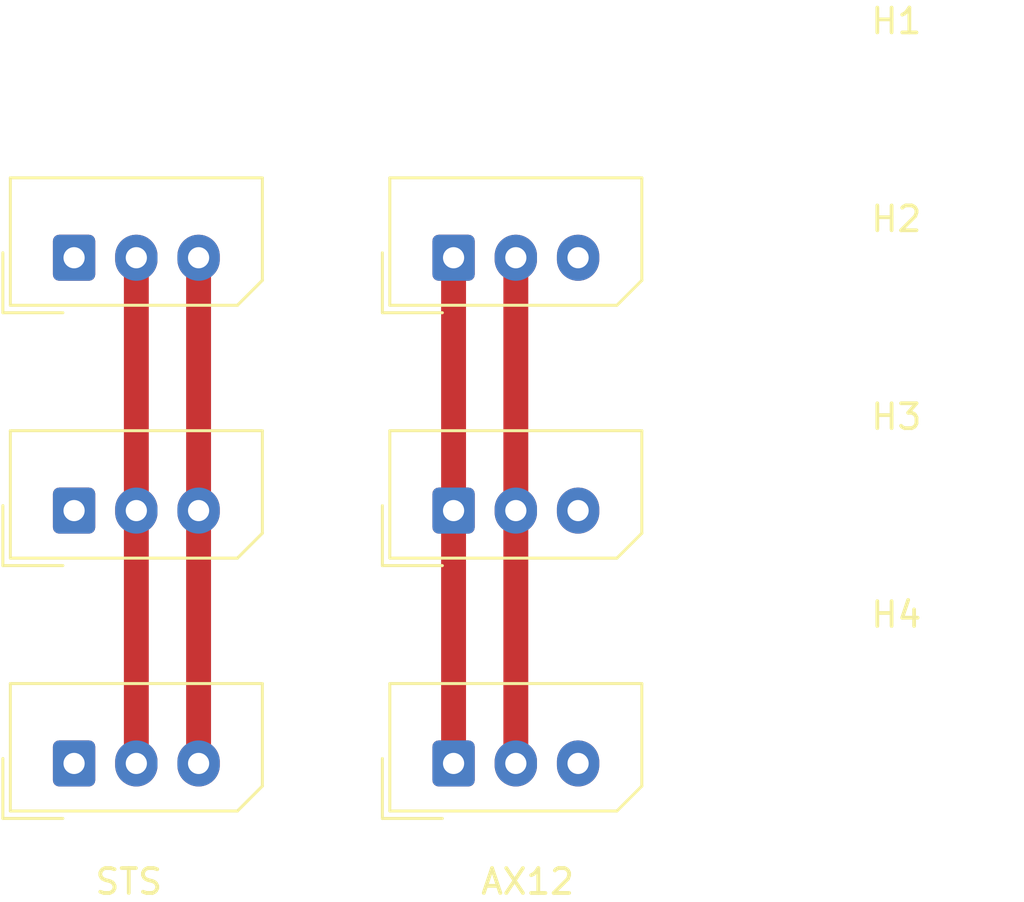
<source format=kicad_pcb>
(kicad_pcb (version 20241229) (generator "pcbnew") (generator_version "9.0")
  (layers (0 "F.Cu" signal) (2 "B.Cu" signal) (13 "F.Paste" user) (15 "B.Paste" user) (5 "F.SilkS" user "F.Silkscreen") (7 "B.SilkS" user "B.Silkscreen") (1 "F.Mask" user) (3 "B.Mask" user) (25 "Edge.Cuts" user))
  (net 0 "")
  (net 1 "GND")
  (net 2 "VIN")
  (net 3 "/SERIAL")
  (footprint "Connector_Molex:Molex_SPOX_5267-03A_1x03_P2.50mm_Vertical" (layer "F.Cu") (at 106.68 116.84)
    (property "Reference" "J3" (hide yes))
    (property "Value" "Conn_01x03_Pin" (hide yes))
    (fp_line (start -2.86 -0.2) (end -2.86 2.21) (stroke (width 0.12)) (layer "F.SilkS"))
    (fp_line (start -2.86 2.21) (end -0.45 2.21) (stroke (width 0.12)) (layer "F.SilkS"))
    (fp_line (start -2.56 -3.21) (end -2.56 1.91) (stroke (width 0.12)) (layer "F.SilkS"))
    (fp_line (start -2.56 1.91) (end 6.56 1.91) (stroke (width 0.12)) (layer "F.SilkS"))
    (fp_line (start 6.56 1.91) (end 7.56 0.91) (stroke (width 0.12)) (layer "F.SilkS"))
    (fp_line (start 7.56 -3.21) (end -2.56 -3.21) (stroke (width 0.12)) (layer "F.SilkS"))
    (fp_line (start 7.56 0.91) (end 7.56 -3.21) (stroke (width 0.12)) (layer "F.SilkS"))
    (pad "1" thru_hole roundrect (at 0 0) (size 1.7 1.85) (drill 0.85) (layers "*.Cu" "*.Mask") (roundrect_rratio 0.147059) (net 1 "GND"))
    (pad "2" thru_hole oval (at 2.5 0) (size 1.7 1.85) (drill 0.85) (layers "*.Cu" "*.Mask") (net 2 "VIN"))
    (pad "3" thru_hole oval (at 5 0) (size 1.7 1.85) (drill 0.85) (layers "*.Cu" "*.Mask") (net 3 "/SERIAL"))
  )
  (footprint "Connector_Molex:Molex_SPOX_5267-03A_1x03_P2.50mm_Vertical" (layer "F.Cu") (at 121.92 106.68)
    (property "Reference" "J5" (hide yes))
    (property "Value" "Conn_01x03_Pin" (hide yes))
    (fp_line (start -2.86 -0.2) (end -2.86 2.21) (stroke (width 0.12)) (layer "F.SilkS"))
    (fp_line (start -2.86 2.21) (end -0.45 2.21) (stroke (width 0.12)) (layer "F.SilkS"))
    (fp_line (start -2.56 -3.21) (end -2.56 1.91) (stroke (width 0.12)) (layer "F.SilkS"))
    (fp_line (start -2.56 1.91) (end 6.56 1.91) (stroke (width 0.12)) (layer "F.SilkS"))
    (fp_line (start 6.56 1.91) (end 7.56 0.91) (stroke (width 0.12)) (layer "F.SilkS"))
    (fp_line (start 7.56 -3.21) (end -2.56 -3.21) (stroke (width 0.12)) (layer "F.SilkS"))
    (fp_line (start 7.56 0.91) (end 7.56 -3.21) (stroke (width 0.12)) (layer "F.SilkS"))
    (pad "1" thru_hole roundrect (at 0 0) (size 1.7 1.85) (drill 0.85) (layers "*.Cu" "*.Mask") (roundrect_rratio 0.147059) (net 3 "/SERIAL"))
    (pad "2" thru_hole oval (at 2.5 0) (size 1.7 1.85) (drill 0.85) (layers "*.Cu" "*.Mask") (net 2 "VIN"))
    (pad "3" thru_hole oval (at 5 0) (size 1.7 1.85) (drill 0.85) (layers "*.Cu" "*.Mask") (net 1 "GND"))
  )
  (footprint "MountingHole:MountingHole_3.2mm_M3" (layer "F.Cu") (at 139.7 91.212)
    (property "Reference" "H1" (at 0 -4.2 0) (layer "F.SilkS"))
    (property "Value" "MountingHole")
    (pad "" np_thru_hole circle (at 0 0) (size 3.2 3.2) (drill 3.2) (layers "*.Cu" "*.Mask"))
  )
  (footprint "Connector_Molex:Molex_SPOX_5267-03A_1x03_P2.50mm_Vertical" (layer "F.Cu") (at 106.68 106.68)
    (property "Reference" "J2" (hide yes))
    (property "Value" "Conn_01x03_Pin" (hide yes))
    (fp_line (start -2.86 -0.2) (end -2.86 2.21) (stroke (width 0.12)) (layer "F.SilkS"))
    (fp_line (start -2.86 2.21) (end -0.45 2.21) (stroke (width 0.12)) (layer "F.SilkS"))
    (fp_line (start -2.56 -3.21) (end -2.56 1.91) (stroke (width 0.12)) (layer "F.SilkS"))
    (fp_line (start -2.56 1.91) (end 6.56 1.91) (stroke (width 0.12)) (layer "F.SilkS"))
    (fp_line (start 6.56 1.91) (end 7.56 0.91) (stroke (width 0.12)) (layer "F.SilkS"))
    (fp_line (start 7.56 -3.21) (end -2.56 -3.21) (stroke (width 0.12)) (layer "F.SilkS"))
    (fp_line (start 7.56 0.91) (end 7.56 -3.21) (stroke (width 0.12)) (layer "F.SilkS"))
    (pad "1" thru_hole roundrect (at 0 0) (size 1.7 1.85) (drill 0.85) (layers "*.Cu" "*.Mask") (roundrect_rratio 0.147059) (net 1 "GND"))
    (pad "2" thru_hole oval (at 2.5 0) (size 1.7 1.85) (drill 0.85) (layers "*.Cu" "*.Mask") (net 2 "VIN"))
    (pad "3" thru_hole oval (at 5 0) (size 1.7 1.85) (drill 0.85) (layers "*.Cu" "*.Mask") (net 3 "/SERIAL"))
  )
  (footprint "MountingHole:MountingHole_3.2mm_M3" (layer "F.Cu") (at 139.7 99.162)
    (property "Reference" "H2" (at 0 -4.2 0) (layer "F.SilkS"))
    (property "Value" "MountingHole")
    (pad "" np_thru_hole circle (at 0 0) (size 3.2 3.2) (drill 3.2) (layers "*.Cu" "*.Mask"))
  )
  (footprint "MountingHole:MountingHole_3.2mm_M3" (layer "F.Cu") (at 139.7 115.062)
    (property "Reference" "H4" (at 0 -4.2 0) (layer "F.SilkS"))
    (property "Value" "MountingHole")
    (pad "" np_thru_hole circle (at 0 0) (size 3.2 3.2) (drill 3.2) (layers "*.Cu" "*.Mask"))
  )
  (footprint "MountingHole:MountingHole_3.2mm_M3" (layer "F.Cu") (at 139.7 107.112)
    (property "Reference" "H3" (at 0 -4.2 0) (layer "F.SilkS"))
    (property "Value" "MountingHole")
    (pad "" np_thru_hole circle (at 0 0) (size 3.2 3.2) (drill 3.2) (layers "*.Cu" "*.Mask"))
  )
  (footprint "Connector_Molex:Molex_SPOX_5267-03A_1x03_P2.50mm_Vertical" (layer "F.Cu") (at 106.68 96.52)
    (property "Reference" "J1" (hide yes))
    (property "Value" "Conn_01x03_Pin" (hide yes))
    (fp_line (start -2.86 -0.2) (end -2.86 2.21) (stroke (width 0.12)) (layer "F.SilkS"))
    (fp_line (start -2.86 2.21) (end -0.45 2.21) (stroke (width 0.12)) (layer "F.SilkS"))
    (fp_line (start -2.56 -3.21) (end -2.56 1.91) (stroke (width 0.12)) (layer "F.SilkS"))
    (fp_line (start -2.56 1.91) (end 6.56 1.91) (stroke (width 0.12)) (layer "F.SilkS"))
    (fp_line (start 6.56 1.91) (end 7.56 0.91) (stroke (width 0.12)) (layer "F.SilkS"))
    (fp_line (start 7.56 -3.21) (end -2.56 -3.21) (stroke (width 0.12)) (layer "F.SilkS"))
    (fp_line (start 7.56 0.91) (end 7.56 -3.21) (stroke (width 0.12)) (layer "F.SilkS"))
    (pad "1" thru_hole roundrect (at 0 0) (size 1.7 1.85) (drill 0.85) (layers "*.Cu" "*.Mask") (roundrect_rratio 0.147059) (net 1 "GND"))
    (pad "2" thru_hole oval (at 2.5 0) (size 1.7 1.85) (drill 0.85) (layers "*.Cu" "*.Mask") (net 2 "VIN"))
    (pad "3" thru_hole oval (at 5 0) (size 1.7 1.85) (drill 0.85) (layers "*.Cu" "*.Mask") (net 3 "/SERIAL"))
  )
  (footprint "Connector_Molex:Molex_SPOX_5267-03A_1x03_P2.50mm_Vertical" (layer "F.Cu") (at 121.92 116.84)
    (property "Reference" "J6" (hide yes))
    (property "Value" "Conn_01x03_Pin" (hide yes))
    (fp_line (start -2.86 -0.2) (end -2.86 2.21) (stroke (width 0.12)) (layer "F.SilkS"))
    (fp_line (start -2.86 2.21) (end -0.45 2.21) (stroke (width 0.12)) (layer "F.SilkS"))
    (fp_line (start -2.56 -3.21) (end -2.56 1.91) (stroke (width 0.12)) (layer "F.SilkS"))
    (fp_line (start -2.56 1.91) (end 6.56 1.91) (stroke (width 0.12)) (layer "F.SilkS"))
    (fp_line (start 6.56 1.91) (end 7.56 0.91) (stroke (width 0.12)) (layer "F.SilkS"))
    (fp_line (start 7.56 -3.21) (end -2.56 -3.21) (stroke (width 0.12)) (layer "F.SilkS"))
    (fp_line (start 7.56 0.91) (end 7.56 -3.21) (stroke (width 0.12)) (layer "F.SilkS"))
    (pad "1" thru_hole roundrect (at 0 0) (size 1.7 1.85) (drill 0.85) (layers "*.Cu" "*.Mask") (roundrect_rratio 0.147059) (net 3 "/SERIAL"))
    (pad "2" thru_hole oval (at 2.5 0) (size 1.7 1.85) (drill 0.85) (layers "*.Cu" "*.Mask") (net 2 "VIN"))
    (pad "3" thru_hole oval (at 5 0) (size 1.7 1.85) (drill 0.85) (layers "*.Cu" "*.Mask") (net 1 "GND"))
  )
  (footprint "Connector_Molex:Molex_SPOX_5267-03A_1x03_P2.50mm_Vertical" (layer "F.Cu") (at 121.92 96.52)
    (property "Reference" "J4" (hide yes))
    (property "Value" "Conn_01x03_Pin" (hide yes))
    (fp_line (start -2.86 -0.2) (end -2.86 2.21) (stroke (width 0.12)) (layer "F.SilkS"))
    (fp_line (start -2.86 2.21) (end -0.45 2.21) (stroke (width 0.12)) (layer "F.SilkS"))
    (fp_line (start -2.56 -3.21) (end -2.56 1.91) (stroke (width 0.12)) (layer "F.SilkS"))
    (fp_line (start -2.56 1.91) (end 6.56 1.91) (stroke (width 0.12)) (layer "F.SilkS"))
    (fp_line (start 6.56 1.91) (end 7.56 0.91) (stroke (width 0.12)) (layer "F.SilkS"))
    (fp_line (start 7.56 -3.21) (end -2.56 -3.21) (stroke (width 0.12)) (layer "F.SilkS"))
    (fp_line (start 7.56 0.91) (end 7.56 -3.21) (stroke (width 0.12)) (layer "F.SilkS"))
    (pad "1" thru_hole roundrect (at 0 0) (size 1.7 1.85) (drill 0.85) (layers "*.Cu" "*.Mask") (roundrect_rratio 0.147059) (net 3 "/SERIAL"))
    (pad "2" thru_hole oval (at 2.5 0) (size 1.7 1.85) (drill 0.85) (layers "*.Cu" "*.Mask") (net 2 "VIN"))
    (pad "3" thru_hole oval (at 5 0) (size 1.7 1.85) (drill 0.85) (layers "*.Cu" "*.Mask") (net 1 "GND"))
  )
  (gr_text "STS" (at 107.442 122.174 0) (layer "F.SilkS") (effects (font (size 1 1) (thickness 0.153)) (justify left bottom)))
  (gr_text "AX12" (at 122.936 122.174 0) (layer "F.SilkS") (effects (font (size 1 1) (thickness 0.153)) (justify left bottom)))
  (segment (start 124.42 106.68) (end 124.42 96.52) (width 1) (layer "F.Cu") (net 2))
  (segment (start 109.18 116.84) (end 109.18 106.68) (width 1) (layer "F.Cu") (net 2))
  (segment (start 109.18 106.68) (end 109.18 96.52) (width 1) (layer "F.Cu") (net 2))
  (segment (start 124.42 96.52) (end 124.42 96.393156) (width 1) (layer "F.Cu") (net 2))
  (segment (start 124.42 116.84) (end 124.42 106.68) (width 1) (layer "F.Cu") (net 2))
  (segment (start 111.68 106.68) (end 111.68 116.84) (width 1) (layer "F.Cu") (net 3))
  (segment (start 121.92 106.68) (end 121.92 116.84) (width 1) (layer "F.Cu") (net 3))
  (segment (start 111.68 96.52) (end 111.68 106.68) (width 1) (layer "F.Cu") (net 3))
  (segment (start 121.92 96.52) (end 121.92 106.68) (width 1) (layer "F.Cu") (net 3))
)
</source>
